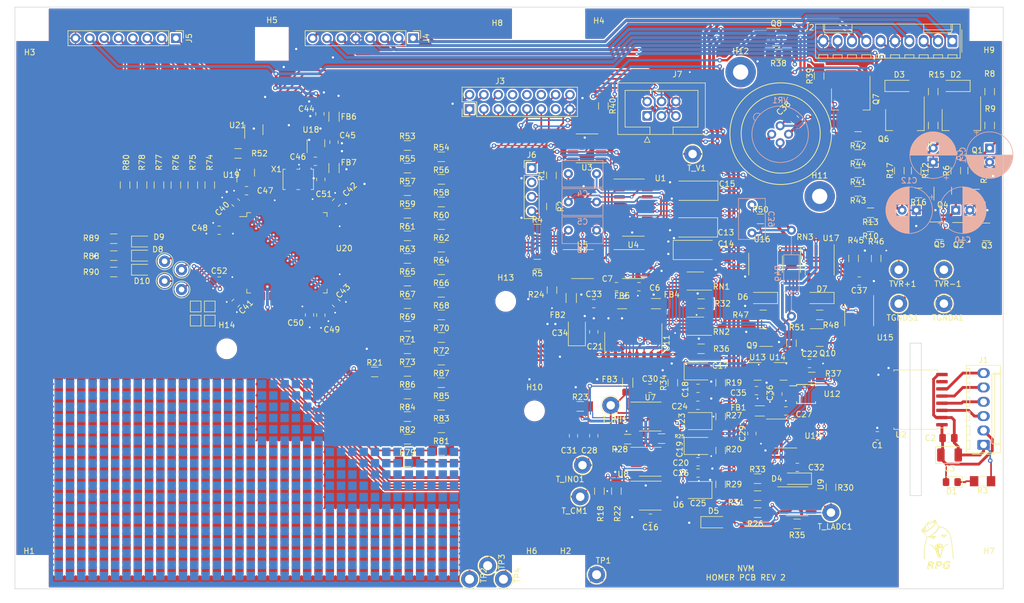
<source format=kicad_pcb>
(kicad_pcb (version 20211014) (generator pcbnew)

  (general
    (thickness 1.6)
  )

  (paper "A4")
  (layers
    (0 "F.Cu" signal)
    (31 "B.Cu" signal)
    (32 "B.Adhes" user "B.Adhesive")
    (33 "F.Adhes" user "F.Adhesive")
    (34 "B.Paste" user)
    (35 "F.Paste" user)
    (36 "B.SilkS" user "B.Silkscreen")
    (37 "F.SilkS" user "F.Silkscreen")
    (38 "B.Mask" user)
    (39 "F.Mask" user)
    (40 "Dwgs.User" user "User.Drawings")
    (41 "Cmts.User" user "User.Comments")
    (42 "Eco1.User" user "User.Eco1")
    (43 "Eco2.User" user "User.Eco2")
    (44 "Edge.Cuts" user)
    (45 "Margin" user)
    (46 "B.CrtYd" user "B.Courtyard")
    (47 "F.CrtYd" user "F.Courtyard")
    (48 "B.Fab" user)
    (49 "F.Fab" user)
    (50 "User.1" user)
    (51 "User.2" user)
    (52 "User.3" user)
    (53 "User.4" user)
    (54 "User.5" user)
    (55 "User.6" user)
    (56 "User.7" user)
    (57 "User.8" user)
    (58 "User.9" user)
  )

  (setup
    (stackup
      (layer "F.SilkS" (type "Top Silk Screen"))
      (layer "F.Paste" (type "Top Solder Paste"))
      (layer "F.Mask" (type "Top Solder Mask") (thickness 0.01))
      (layer "F.Cu" (type "copper") (thickness 0.035))
      (layer "dielectric 1" (type "core") (thickness 1.51) (material "FR4") (epsilon_r 4.5) (loss_tangent 0.02))
      (layer "B.Cu" (type "copper") (thickness 0.035))
      (layer "B.Mask" (type "Bottom Solder Mask") (thickness 0.01))
      (layer "B.Paste" (type "Bottom Solder Paste"))
      (layer "B.SilkS" (type "Bottom Silk Screen"))
      (copper_finish "None")
      (dielectric_constraints no)
    )
    (pad_to_mask_clearance 0)
    (pcbplotparams
      (layerselection 0x00010fc_ffffffff)
      (disableapertmacros false)
      (usegerberextensions false)
      (usegerberattributes true)
      (usegerberadvancedattributes true)
      (creategerberjobfile true)
      (svguseinch false)
      (svgprecision 6)
      (excludeedgelayer false)
      (plotframeref false)
      (viasonmask true)
      (mode 1)
      (useauxorigin false)
      (hpglpennumber 1)
      (hpglpenspeed 20)
      (hpglpendiameter 15.000000)
      (dxfpolygonmode true)
      (dxfimperialunits true)
      (dxfusepcbnewfont true)
      (psnegative false)
      (psa4output false)
      (plotreference true)
      (plotvalue false)
      (plotinvisibletext false)
      (sketchpadsonfab false)
      (subtractmaskfromsilk true)
      (outputformat 1)
      (mirror false)
      (drillshape 0)
      (scaleselection 1)
      (outputdirectory "gerber/")
    )
  )

  (net 0 "")
  (net 1 "GND")
  (net 2 "GNDS")
  (net 3 "+24V")
  (net 4 "+15V")
  (net 5 "+6V")
  (net 6 "-6V")
  (net 7 "-15V")
  (net 8 "-24V")
  (net 9 "/MA_G1")
  (net 10 "/MS_A2")
  (net 11 "/MA_G10")
  (net 12 "/MS_A1")
  (net 13 "/MA_G100")
  (net 14 "/MS_A0")
  (net 15 "/JA_C1")
  (net 16 "/JA_DOUT")
  (net 17 "/JA_C2")
  (net 18 "/JA_DIN")
  (net 19 "/JA_C3")
  (net 20 "/COMP")
  (net 21 "/JA_CS")
  (net 22 "/JA_SCK")
  (net 23 "GNDA")
  (net 24 "Net-(C2-Pad2)")
  (net 25 "Net-(C4-Pad2)")
  (net 26 "Net-(C2-Pad1)")
  (net 27 "Net-(C5-Pad2)")
  (net 28 "Net-(C4-Pad1)")
  (net 29 "Net-(C6-Pad2)")
  (net 30 "/nvm_pcb_analog_ada/INT_IN")
  (net 31 "Net-(C8-Pad1)")
  (net 32 "/nvm_pcb_analog_ada/VA1V2")
  (net 33 "/nvm_pcb_analog_ada/INT_OUT")
  (net 34 "+3.3VA")
  (net 35 "/nvm_pcb_analog_ada/VADC")
  (net 36 "+5VD")
  (net 37 "Net-(C9-Pad1)")
  (net 38 "Net-(D3-Pad1)")
  (net 39 "+5VA")
  (net 40 "/nvm_analog_adfpga/TDO")
  (net 41 "/nvm_analog_adfpga/TDI")
  (net 42 "/nvm_analog_adfpga/TCK")
  (net 43 "/nvm_analog_adfpga/TMS")
  (net 44 "/RE3")
  (net 45 "/RE4")
  (net 46 "/R1A")
  (net 47 "/R1B")
  (net 48 "/R2A")
  (net 49 "/R2B")
  (net 50 "Net-(C11-Pad2)")
  (net 51 "VREF+")
  (net 52 "VREF-")
  (net 53 "Net-(C23-Pad2)")
  (net 54 "/nvm_analog_adfpga/FC0")
  (net 55 "/nvm_pcb_analog_ada/RES_ADC_IN")
  (net 56 "Net-(C17-Pad1)")
  (net 57 "/nvm_analog_adfpga/FC9")
  (net 58 "Net-(C46-Pad2)")
  (net 59 "Net-(Q1-Pad1)")
  (net 60 "/nvm_analog_adfpga/FC6")
  (net 61 "/nvm_analog_adfpga/FC5")
  (net 62 "/nvm_pcb_analog_ada/COM_OUT")
  (net 63 "/nvm_analog_adfpga/FC3")
  (net 64 "/nvm_analog_adfpga/FC2")
  (net 65 "/nvm_analog_adfpga/FC1")
  (net 66 "/nvm_pcb_analog_ada/AD_IN")
  (net 67 "Net-(Q2-Pad1)")
  (net 68 "Net-(R1-Pad1)")
  (net 69 "+8V")
  (net 70 "-8V")
  (net 71 "/nvm_pcb_analog_ada/LOC_AD")
  (net 72 "Net-(RN1-Pad5)")
  (net 73 "Net-(RN1-Pad6)")
  (net 74 "Net-(RN1-Pad7)")
  (net 75 "Net-(RN3-Pad1)")
  (net 76 "VREF7")
  (net 77 "/nvm_analog_adfpga/TDAT")
  (net 78 "/nvm_analog_adfpga/TSCK")
  (net 79 "/nvm_analog_adfpga/TCS")
  (net 80 "/nvm_analog_adfpga/FPGA_RX")
  (net 81 "/nvm_analog_adfpga/FPGA_STB")
  (net 82 "/nvm_analog_adfpga/FPGA_CTRL")
  (net 83 "/nvm_analog_adfpga/FPGA_TX")
  (net 84 "Net-(D1-Pad1)")
  (net 85 "Net-(C19-Pad1)")
  (net 86 "Net-(C21-Pad1)")
  (net 87 "Net-(C25-Pad2)")
  (net 88 "Net-(D2-Pad2)")
  (net 89 "Net-(D9-Pad1)")
  (net 90 "/nvm_pcb_analog_ada/VREF25")
  (net 91 "Net-(J1-Pad3)")
  (net 92 "Net-(J1-Pad4)")
  (net 93 "Net-(J1-Pad5)")
  (net 94 "unconnected-(X1-Pad1)")
  (net 95 "Net-(J1-Pad6)")
  (net 96 "unconnected-(J3-Pad13)")
  (net 97 "Net-(C30-Pad2)")
  (net 98 "/FEN_B")
  (net 99 "/FEN_A")
  (net 100 "/FEN_C")
  (net 101 "/AMP_OUT")
  (net 102 "Net-(R59-Pad1)")
  (net 103 "unconnected-(U2-Pad7)")
  (net 104 "unconnected-(U2-Pad10)")
  (net 105 "unconnected-(U4-Pad1)")
  (net 106 "unconnected-(U4-Pad5)")
  (net 107 "unconnected-(U4-Pad8)")
  (net 108 "Net-(C33-Pad2)")
  (net 109 "Net-(C37-Pad2)")
  (net 110 "Net-(C39-Pad1)")
  (net 111 "Net-(C39-Pad2)")
  (net 112 "/nvm_analog_adfpga/FPGA_CLK")
  (net 113 "/nvm_pcb_analog_ada/GUARD")
  (net 114 "Net-(D6-Pad1)")
  (net 115 "3VFPGA")
  (net 116 "Net-(C45-Pad2)")
  (net 117 "Net-(C47-Pad2)")
  (net 118 "Net-(TP2-Pad1)")
  (net 119 "Net-(TP3-Pad1)")
  (net 120 "Net-(TP4-Pad1)")
  (net 121 "Net-(TP5-Pad1)")
  (net 122 "Net-(TP6-Pad1)")
  (net 123 "Net-(TP7-Pad1)")
  (net 124 "Net-(TP8-Pad1)")
  (net 125 "Net-(TP9-Pad1)")
  (net 126 "Net-(TP10-Pad1)")
  (net 127 "Net-(TP11-Pad1)")
  (net 128 "Net-(TP12-Pad1)")
  (net 129 "Net-(D6-Pad2)")
  (net 130 "Net-(C32-Pad1)")
  (net 131 "Net-(D7-Pad1)")
  (net 132 "Net-(D8-Pad1)")
  (net 133 "Net-(D8-Pad2)")
  (net 134 "Net-(D7-Pad2)")
  (net 135 "Net-(D10-Pad1)")
  (net 136 "Net-(FB3-Pad2)")
  (net 137 "Net-(FB4-Pad1)")
  (net 138 "Net-(Q2-Pad3)")
  (net 139 "Net-(Q4-Pad1)")
  (net 140 "Net-(Q5-Pad2)")
  (net 141 "Net-(Q6-Pad1)")
  (net 142 "Net-(Q7-Pad1)")
  (net 143 "Net-(Q8-Pad1)")
  (net 144 "Net-(Q8-Pad3)")
  (net 145 "Net-(R2-Pad1)")
  (net 146 "Net-(D9-Pad2)")
  (net 147 "/PSWB")
  (net 148 "Net-(R18-Pad2)")
  (net 149 "Net-(R25-Pad2)")
  (net 150 "Net-(R26-Pad2)")
  (net 151 "Net-(R32-Pad2)")
  (net 152 "Net-(R36-Pad2)")
  (net 153 "/PSWA")
  (net 154 "Net-(R53-Pad1)")
  (net 155 "Net-(R54-Pad1)")
  (net 156 "Net-(R55-Pad1)")
  (net 157 "Net-(R56-Pad1)")
  (net 158 "Net-(R57-Pad1)")
  (net 159 "Net-(R25-Pad1)")
  (net 160 "Net-(R58-Pad1)")
  (net 161 "/AZSW")
  (net 162 "Net-(R60-Pad1)")
  (net 163 "Net-(R61-Pad1)")
  (net 164 "Net-(R62-Pad1)")
  (net 165 "Net-(R63-Pad1)")
  (net 166 "Net-(R64-Pad1)")
  (net 167 "Net-(R65-Pad1)")
  (net 168 "Net-(R66-Pad1)")
  (net 169 "Net-(R67-Pad1)")
  (net 170 "Net-(R68-Pad1)")
  (net 171 "Net-(R69-Pad1)")
  (net 172 "Net-(R70-Pad1)")
  (net 173 "Net-(R71-Pad1)")
  (net 174 "Net-(R72-Pad1)")
  (net 175 "Net-(R73-Pad1)")
  (net 176 "Net-(R74-Pad1)")
  (net 177 "Net-(R75-Pad1)")
  (net 178 "Net-(R76-Pad1)")
  (net 179 "Net-(R77-Pad1)")
  (net 180 "Net-(R78-Pad1)")
  (net 181 "Net-(R79-Pad1)")
  (net 182 "Net-(R80-Pad1)")
  (net 183 "Net-(R81-Pad1)")
  (net 184 "Net-(R82-Pad1)")
  (net 185 "Net-(R83-Pad1)")
  (net 186 "Net-(R84-Pad1)")
  (net 187 "Net-(R85-Pad1)")
  (net 188 "Net-(R86-Pad1)")
  (net 189 "Net-(R87-Pad1)")
  (net 190 "Net-(U1-Pad14)")
  (net 191 "unconnected-(U5-Pad1)")
  (net 192 "unconnected-(U5-Pad5)")
  (net 193 "unconnected-(U5-Pad8)")
  (net 194 "unconnected-(U6-Pad5)")
  (net 195 "unconnected-(U6-Pad6)")
  (net 196 "unconnected-(U7-Pad1)")
  (net 197 "unconnected-(U7-Pad5)")
  (net 198 "unconnected-(U7-Pad8)")
  (net 199 "unconnected-(U8-Pad1)")
  (net 200 "unconnected-(U8-Pad5)")
  (net 201 "unconnected-(U8-Pad8)")
  (net 202 "unconnected-(U9-Pad1)")
  (net 203 "unconnected-(U9-Pad8)")
  (net 204 "unconnected-(U15-Pad1)")
  (net 205 "unconnected-(U15-Pad5)")
  (net 206 "unconnected-(U9-Pad5)")
  (net 207 "unconnected-(U15-Pad8)")
  (net 208 "unconnected-(U16-Pad1)")
  (net 209 "unconnected-(U16-Pad5)")
  (net 210 "unconnected-(U16-Pad8)")
  (net 211 "unconnected-(U17-Pad1)")
  (net 212 "unconnected-(U17-Pad5)")
  (net 213 "unconnected-(U17-Pad8)")
  (net 214 "unconnected-(U20-Pad4)")
  (net 215 "unconnected-(U20-Pad7)")
  (net 216 "unconnected-(U20-Pad14)")
  (net 217 "unconnected-(U20-Pad21)")
  (net 218 "unconnected-(U20-Pad30)")
  (net 219 "unconnected-(U20-Pad31)")
  (net 220 "unconnected-(U20-Pad32)")
  (net 221 "unconnected-(U20-Pad34)")
  (net 222 "unconnected-(U20-Pad43)")
  (net 223 "unconnected-(U20-Pad45)")
  (net 224 "unconnected-(U20-Pad47)")
  (net 225 "unconnected-(U20-Pad48)")
  (net 226 "unconnected-(U20-Pad49)")
  (net 227 "unconnected-(U20-Pad76)")
  (net 228 "unconnected-(U20-Pad77)")
  (net 229 "unconnected-(U20-Pad78)")
  (net 230 "unconnected-(U20-Pad81)")
  (net 231 "unconnected-(U20-Pad82)")
  (net 232 "unconnected-(U20-Pad83)")
  (net 233 "unconnected-(U20-Pad84)")
  (net 234 "unconnected-(U20-Pad85)")
  (net 235 "unconnected-(U20-Pad86)")
  (net 236 "unconnected-(U20-Pad87)")
  (net 237 "unconnected-(U20-Pad89)")
  (net 238 "unconnected-(U20-Pad99)")
  (net 239 "Net-(C38-Pad2)")

  (footprint "Resistor_SMD:R_MiniMELF_MMA-0204" (layer "F.Cu") (at 131.5 -19.5))

  (footprint "Resistor_SMD:R_MiniMELF_MMA-0204" (layer "F.Cu") (at 132.5 -48.5))

  (footprint "Package_SO:MSOP-8-1EP_3x3mm_P0.65mm_EP1.68x1.88mm" (layer "F.Cu") (at 137.5 -57.5 -90))

  (footprint "Capacitor_SMD:C_0805_2012Metric_Pad1.18x1.45mm_HandSolder" (layer "F.Cu") (at 140.7 -39.9))

  (footprint "Capacitor_SMD:C_0805_2012Metric_Pad1.18x1.45mm_HandSolder" (layer "F.Cu") (at 165.3 -26.7))

  (footprint "Connector_PinHeader_2.54mm:PinHeader_2x08_P2.54mm_Vertical" (layer "F.Cu") (at 80.5 -84.96 90))

  (footprint "Capacitor_SMD:C_0805_2012Metric_Pad1.18x1.45mm_HandSolder" (layer "F.Cu") (at 56.9 -68.4 -135))

  (footprint "Package_SO:SOIC-8_3.9x4.9mm_P1.27mm" (layer "F.Cu") (at 100.5 -57.5))

  (footprint "TestPoint:TestPoint_Loop_D2.60mm_Drill1.6mm_Beaded" (layer "F.Cu") (at 83.7 -4.1 90))

  (footprint "Capacitor_SMD:C_0805_2012Metric_Pad1.18x1.45mm_HandSolder" (layer "F.Cu") (at 39.1 -50.6 45))

  (footprint "Resistor_SMD:R_MiniMELF_MMA-0204" (layer "F.Cu") (at 108.5 -26.5 180))

  (footprint "MountingHole:MountingHole_3.2mm_M3" (layer "F.Cu") (at 45.5 -96.5))

  (footprint "Resistor_SMD:R_MiniMELF_MMA-0204" (layer "F.Cu") (at 17.5 -59))

  (footprint "Diode_SMD:D_MiniMELF" (layer "F.Cu") (at 166.6 -89.05 180))

  (footprint "Resistor_SMD:R_MiniMELF_MMA-0204" (layer "F.Cu") (at 75.5 -68.5))

  (footprint "Package_SO:SOIC-8_3.9x4.9mm_P1.27mm" (layer "F.Cu") (at 136.5 -27.5))

  (footprint "MountingHole:MountingHole_2.7mm_Pad" (layer "F.Cu") (at 142.5 -69.5))

  (footprint "Capacitor_SMD:C_0805_2012Metric_Pad1.18x1.45mm_HandSolder" (layer "F.Cu") (at 98.9 -27.1 90))

  (footprint "Connector_Molex:Molex_KK-254_AE-6410-10A_1x10_P2.54mm_Vertical" (layer "F.Cu") (at 166 -97 180))

  (footprint "Resistor_SMD:R_MiniMELF_MMA-0204" (layer "F.Cu") (at 69.5 -38.5))

  (footprint "Package_TO_SOT_SMD:SOT-23-5_HandSoldering" (layer "F.Cu") (at 42.3 -81.3 90))

  (footprint "Capacitor_SMD:C_0805_2012Metric_Pad1.18x1.45mm_HandSolder" (layer "F.Cu") (at 52.1625 -48.5 -90))

  (footprint "Resistor_SMD:R_MiniMELF_MMA-0204" (layer "F.Cu") (at 95 -67.7 -90))

  (footprint "Resistor_SMD:R_MiniMELF_MMA-0204" (layer "F.Cu") (at 121.5 -50.5))

  (footprint "Resistor_SMD:R_MiniMELF_MMA-0204" (layer "F.Cu") (at 25.5 -71.5 90))

  (footprint "Connector_IDC:IDC-Header_2x03_P2.54mm_Vertical" (layer "F.Cu") (at 111.955 -83.7475 90))

  (footprint "Package_TO_SOT_SMD:SOT-23" (layer "F.Cu") (at 172 -63.2))

  (footprint "Capacitor_SMD:C_0805_2012Metric_Pad1.18x1.45mm_HandSolder" (layer "F.Cu") (at 120.9625 -20.5 180))

  (footprint "Package_SO:SOIC-8_3.9x4.9mm_P1.27mm" (layer "F.Cu") (at 138.5 -15.5))

  (footprint "Capacitor_SMD:C_0805_2012Metric_Pad1.18x1.45mm_HandSolder" (layer "F.Cu") (at 102.5 -45.5 90))

  (footprint "Capacitor_SMD:C_0805_2012Metric_Pad1.18x1.45mm_HandSolder" (layer "F.Cu") (at 138.1 -83.1 135))

  (footprint "Capacitor_Tantalum_SMD:CP_EIA-3528-21_Kemet-B" (layer "F.Cu") (at 99.5 -45.5 90))

  (footprint "Resistor_SMD:R_MiniMELF_MMA-0204" (layer "F.Cu") (at 135.2 -94.7 180))

  (footprint "Diode_SMD:D_MiniMELF" (layer "F.Cu") (at 132.5 -51.5 180))

  (footprint "Resistor_SMD:R_MiniMELF_MMA-0204" (layer "F.Cu") (at 75.5 -64.5))

  (footprint "Inductor_SMD:L_1206_3216Metric_Pad1.22x1.90mm_HandSolder" (layer "F.Cu") (at 56.5 -74.5 -90))

  (footprint "Resistor_SMD:R_MiniMELF_MMA-0204" (layer "F.Cu") (at 34.5 -71.5 90))

  (footprint "Resistor_SMD:R_MiniMELF_MMA-0204" (layer "F.Cu") (at 124.9625 -36.5 90))

  (footprint "Resistor_SMD:R_MiniMELF_MMA-0204" (layer "F.Cu") (at 69.5 -70.5))

  (footprint "TestPoint:TestPoint_Loop_D1.80mm_Drill1.0mm_Beaded" (layer "F.Cu") (at 29.5 -53))

  (footprint "Diode_SMD:D_MiniMELF" (layer "F.Cu") (at 138.5 -19.5 180))

  (footprint "Resistor_SMD:R_MiniMELF_MMA-0204" (layer "F.Cu") (at 166.6 -74.05 90))

  (footprint "Resistor_SMD:R_MiniMELF_MMA-0204" (layer "F.Cu") (at 149.3 -70.4 180))

  (footprint "Capacitor_SMD:C_0805_2012Metric_Pad1.18x1.45mm_HandSolder" (layer "F.Cu") (at 54 -84.1 90))

  (footprint "Resistor_SMD:R_MiniMELF_MMA-0204" (layer "F.Cu") (at 149.3 -80.1 180))

  (footprint "Package_SO:SOIC-16W_7.5x10.3mm_P1.27mm" (layer "F.Cu") (at 159.5 -33.5 180))

  (footprint "Resistor_SMD:R_MiniMELF_MMA-0204" (layer "F.Cu") (at 151.5 -66.6 180))

  (footprint "Package_TO_SOT_SMD:SOT-23" (layer "F.Cu") (at 163.7 -63.4))

  (footprint "TestPoint:TestPoint_Loop_D2.54mm_Drill1.5mm_Beaded" (layer "F.Cu") (at 164.5 -50.5))

  (footprint "Resistor_SMD:R_MiniMELF_MMA-0204" (layer "F.Cu") (at 17.5 -56.1))

  (footprint "Capacitor_SMD:C_0805_2012Metric_Pad1.18x1.45mm_HandSolder" (layer "F.Cu") (at 102.5 -50.5))

  (footprint "Inductor_SMD:L_1206_3216Metric_Pad1.22x1.90mm_HandSolder" (layer "F.Cu") (at 131.9 -31.5 180))

  (footprint "Resistor_SMD:R_MiniMELF_MMA-0204" (layer "F.Cu")
    (tedit 58FE61E9) (tstamp 3a997864-2c15-4791-9de2-867aab263d1b)
    (at 160 -70.1 180)
    (descr "Resistor, MiniMELF, MMA-0204, http://www.vishay.com/docs/28713/melfprof.pdf")
    (tags "MiniMELF Resist
... [4158361 chars truncated]
</source>
